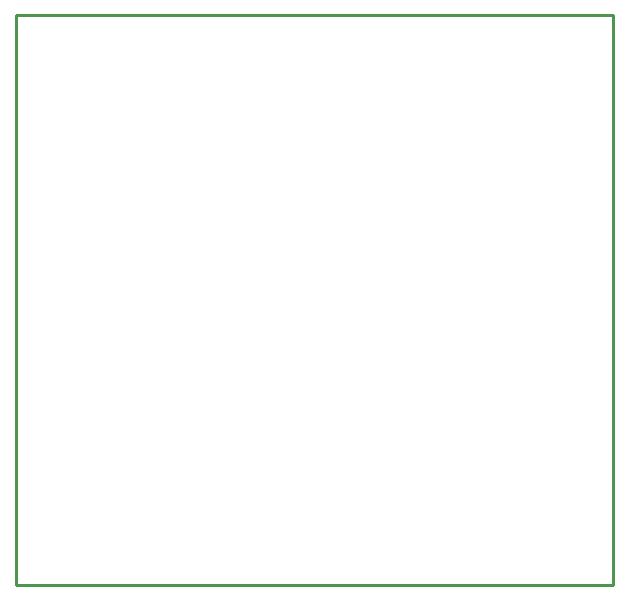
<source format=gbr>
G04 EAGLE Gerber RS-274X export*
G75*
%MOMM*%
%FSLAX34Y34*%
%LPD*%
%IN*%
%IPPOS*%
%AMOC8*
5,1,8,0,0,1.08239X$1,22.5*%
G01*
%ADD10C,0.254000*%


D10*
X0Y0D02*
X504700Y0D01*
X504700Y482500D01*
X0Y482500D01*
X0Y0D01*
M02*

</source>
